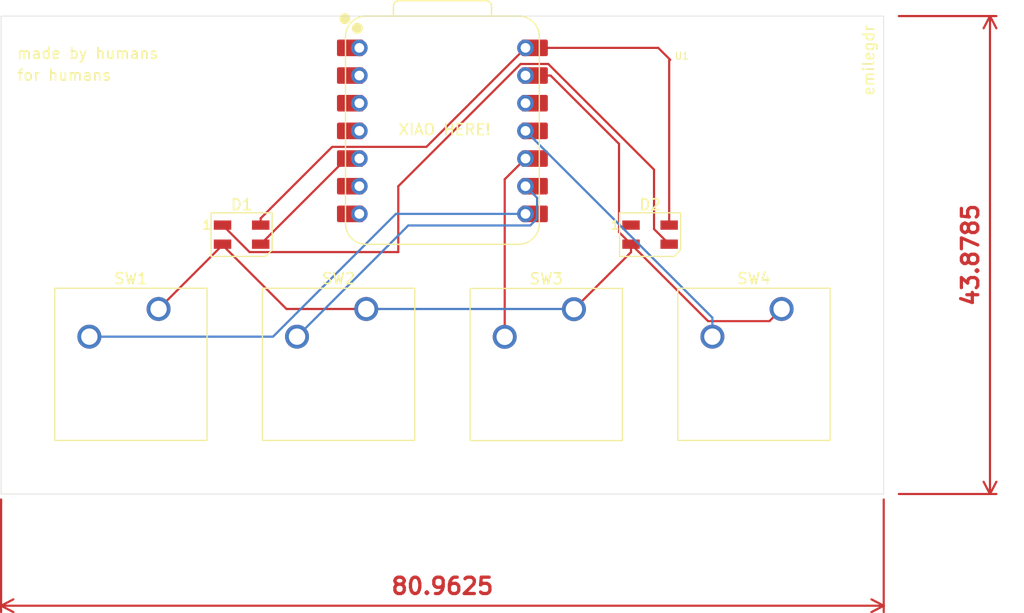
<source format=kicad_pcb>
(kicad_pcb (version 20241229) (generator "pcbnew") (generator_version "9.0")
  (layers (0 "F.Cu" signal) (2 "B.Cu" signal) (13 "F.Paste" user) (15 "B.Paste" user) (5 "F.SilkS" user "F.Silkscreen") (7 "B.SilkS" user "B.Silkscreen") (1 "F.Mask" user) (3 "B.Mask" user) (25 "Edge.Cuts" user))
  (net 0 "")
  (net 1 "+5V")
  (net 2 "GND")
  (net 3 "Net-(D1-DIN)")
  (net 4 "Net-(D1-DOUT)")
  (net 6 "Net-(U1-GPIO1{slash}RX)")
  (net 7 "Net-(U1-GPIO2{slash}SCK)")
  (net 8 "Net-(U1-GPIO4{slash}MISO)")
  (net 9 "Net-(U1-GPIO3{slash}MOSI)")
  (footprint "Button_Switch_Keyboard:SW_Cherry_MX_1.00u_PCB" (layer "F.Cu") (at 169.2275 75.8825)
    (property "Reference" "SW4" (at -2.54 -2.794 0) (layer "F.SilkS"))
    (property "Value" "SW_Push")
    (fp_line (start -9.525 -1.905) (end 4.445 -1.905) (stroke (width 0.12)) (layer "F.SilkS"))
    (fp_line (start -9.525 12.065) (end -9.525 -1.905) (stroke (width 0.12)) (layer "F.SilkS"))
    (fp_line (start 4.445 -1.905) (end 4.445 12.065) (stroke (width 0.12)) (layer "F.SilkS"))
    (fp_line (start 4.445 12.065) (end -9.525 12.065) (stroke (width 0.12)) (layer "F.SilkS"))
    (pad "" np_thru_hole circle (at -7.62 5.08) (size 1.7 1.7) (drill 1.7) (layers "*.Cu" "*.Mask"))
    (pad "" np_thru_hole circle (at -2.54 5.08) (size 4 4) (drill 4) (layers "*.Cu" "*.Mask"))
    (pad "" np_thru_hole circle (at 2.54 5.08) (size 1.7 1.7) (drill 1.7) (layers "*.Cu" "*.Mask"))
    (pad "1" thru_hole circle (at 0 0) (size 2.2 2.2) (drill 1.5) (layers "*.Cu" "*.Mask") (net 2 "GND"))
    (pad "2" thru_hole circle (at -6.35 2.54) (size 2.2 2.2) (drill 1.5) (layers "*.Cu" "*.Mask") (net 9 "Net-(U1-GPIO3{slash}MOSI)"))
  )
  (footprint "Seeed Studio XIAO Series Library:XIAO-RP2040-DIP" (layer "F.Cu") (at 138.1125 59.53125)
    (property "Reference" "U1" (at 21.955 -6.88 0) (layer "F.SilkS") (effects (font (size 0.635 0.635) (thickness 0.1016))))
    (property "Value" "XIAO-RP2040-DIP")
    (fp_line (start -8.89 8.509) (end -8.89 -8.636) (stroke (width 0.127)) (layer "F.SilkS"))
    (fp_line (start -6.985 10.414) (end 6.985 10.414) (stroke (width 0.127)) (layer "F.SilkS"))
    (fp_line (start -4.495 -10.541) (end -4.491272 -11.451272) (stroke (width 0.127)) (layer "F.SilkS"))
    (fp_line (start -3.991272 -11.951) (end 4.004 -11.951) (stroke (width 0.127)) (layer "F.SilkS"))
    (fp_line (start 4.504 -11.451) (end 4.504 -10.541) (stroke (width 0.127)) (layer "F.SilkS"))
    (fp_line (start 6.985 -10.541) (end -6.985 -10.541) (stroke (width 0.1)) (layer "F.SilkS"))
    (fp_line (start 6.985 -10.541) (end -6.985 -10.541) (stroke (width 0.127)) (layer "F.SilkS"))
    (fp_line (start 8.89 8.509) (end 8.89 -8.636) (stroke (width 0.127)) (layer "F.SilkS"))
    (fp_arc (start -8.89 -8.636) (mid -8.332038 -9.983038) (end -6.985 -10.541) (stroke (width 0.127)) (layer "F.SilkS"))
    (fp_arc (start -6.985 10.414) (mid -8.332038 9.856038) (end -8.89 8.509) (stroke (width 0.127)) (layer "F.SilkS"))
    (fp_arc (start -4.491272 -11.451272) (mid -4.344728 -11.80464) (end -3.991272 -11.951) (stroke (width 0.127)) (layer "F.SilkS"))
    (fp_arc (start 4.004 -11.951) (mid 4.357553 -11.804553) (end 4.504 -11.451) (stroke (width 0.127)) (layer "F.SilkS"))
    (fp_arc (start 6.985 -10.541) (mid 8.332038 -9.983038) (end 8.89 -8.636) (stroke (width 0.127)) (layer "F.SilkS"))
    (fp_arc (start 8.89 8.509) (mid 8.332038 9.856038) (end 6.985 10.414) (stroke (width 0.127)) (layer "F.SilkS"))
    (fp_circle (center -8.95 -10.3) (end -8.95 -10.554) (stroke (width 0.5)) (fill yes) (layer "F.SilkS"))
    (fp_circle (center -7.807 -9.42) (end -7.807 -9.674) (stroke (width 0.5)) (fill yes) (layer "F.SilkS"))
    (pad "1" smd roundrect (at -8.455 -7.62 180) (size 2.432 1.524) (layers "F.Cu" "F.Mask") (roundrect_rratio 0.1))
    (pad "1" thru_hole circle (at -7.62 -7.62 180) (size 1.524 1.524) (drill 0.889) (layers "*.Cu" "*.Mask"))
    (pad "2" smd roundrect (at -8.455 -5.08 180) (size 2.432 1.524) (layers "F.Cu" "F.Mask") (roundrect_rratio 0.1))
    (pad "2" thru_hole circle (at -7.62 -5.08 180) (size 1.524 1.524) (drill 0.889) (layers "*.Cu" "*.Mask"))
    (pad "3" smd roundrect (at -8.455 -2.54 180) (size 2.432 1.524) (layers "F.Cu" "F.Mask") (roundrect_rratio 0.1))
    (pad "3" thru_hole circle (at -7.62 -2.54 180) (size 1.524 1.524) (drill 0.889) (layers "*.Cu" "*.Mask"))
    (pad "4" smd roundrect (at -8.455 0 180) (size 2.432 1.524) (layers "F.Cu" "F.Mask") (roundrect_rratio 0.1))
    (pad "4" thru_hole circle (at -7.62 0 180) (size 1.524 1.524) (drill 0.889) (layers "*.Cu" "*.Mask"))
    (pad "5" smd roundrect (at -8.455 2.54 180) (size 2.432 1.524) (layers "F.Cu" "F.Mask") (roundrect_rratio 0.1) (net 3 "Net-(D1-DIN)"))
    (pad "5" thru_hole circle (at -7.62 2.54 180) (size 1.524 1.524) (drill 0.889) (layers "*.Cu" "*.Mask") (net 3 "Net-(D1-DIN)"))
    (pad "6" smd roundrect (at -8.455 5.08 180) (size 2.432 1.524) (layers "F.Cu" "F.Mask") (roundrect_rratio 0.1))
    (pad "6" thru_hole circle (at -7.62 5.08 180) (size 1.524 1.524) (drill 0.889) (layers "*.Cu" "*.Mask"))
    (pad "7" smd roundrect (at -8.455 7.62 180) (size 2.432 1.524) (layers "F.Cu" "F.Mask") (roundrect_rratio 0.1))
    (pad "7" thru_hole circle (at -7.62 7.62 180) (size 1.524 1.524) (drill 0.889) (layers "*.Cu" "*.Mask"))
    (pad "8" thru_hole circle (at 7.62 7.62) (size 1.524 1.524) (drill 0.889) (layers "*.Cu" "*.Mask") (net 6 "Net-(U1-GPIO1{slash}RX)"))
    (pad "8" smd roundrect (at 8.455 7.62) (size 2.432 1.524) (layers "F.Cu" "F.Mask") (roundrect_rratio 0.1) (net 6 "Net-(U1-GPIO1{slash}RX)"))
    (pad "9" thru_hole circle (at 7.62 5.08) (size 1.524 1.524) (drill 0.889) (layers "*.Cu" "*.Mask") (net 7 "Net-(U1-GPIO2{slash}SCK)"))
    (pad "9" smd roundrect (at 8.455 5.08) (size 2.432 1.524) (layers "F.Cu" "F.Mask") (roundrect_rratio 0.1) (net 7 "Net-(U1-GPIO2{slash}SCK)"))
    (pad "10" thru_hole circle (at 7.62 2.54) (size 1.524 1.524) (drill 0.889) (layers "*.Cu" "*.Mask") (net 8 "Net-(U1-GPIO4{slash}MISO)"))
    (pad "10" smd roundrect (at 8.455 2.54) (size 2.432 1.524) (layers "F.Cu" "F.Mask") (roundrect_rratio 0.1) (net 8 "Net-(U1-GPIO4{slash}MISO)"))
    (pad "11" thru_hole circle (at 7.62 0) (size 1.524 1.524) (drill 0.889) (layers "*.Cu" "*.Mask") (net 9 "Net-(U1-GPIO3{slash}MOSI)"))
    (pad "11" smd roundrect (at 8.455 0) (size 2.432 1.524) (layers "F.Cu" "F.Mask") (roundrect_rratio 0.1) (net 9 "Net-(U1-GPIO3{slash}MOSI)"))
    (pad "12" thru_hole circle (at 7.62 -2.54) (size 1.524 1.524) (drill 0.889) (layers "*.Cu" "*.Mask"))
    (pad "12" smd roundrect (at 8.455 -2.54) (size 2.432 1.524) (layers "F.Cu" "F.Mask") (roundrect_rratio 0.1))
    (pad "13" thru_hole circle (at 7.62 -5.08) (size 1.524 1.524) (drill 0.889) (layers "*.Cu" "*.Mask") (net 2 "GND"))
    (pad "13" smd roundrect (at 8.455 -5.08) (size 2.432 1.524) (layers "F.Cu" "F.Mask") (roundrect_rratio 0.1) (net 2 "GND"))
    (pad "14" thru_hole circle (at 7.62 -7.62) (size 1.524 1.524) (drill 0.889) (layers "*.Cu" "*.Mask") (net 1 "+5V"))
    (pad "14" smd roundrect (at 8.455 -7.62) (size 2.432 1.524) (layers "F.Cu" "F.Mask") (roundrect_rratio 0.1) (net 1 "+5V"))
  )
  (footprint "LED_SMD:LED_SK6812MINI_PLCC4_3.5x3.5mm_P1.75mm" (layer "F.Cu") (at 119.69375 69.05625)
    (property "Reference" "D1" (at 0 -2.75 0) (layer "F.SilkS"))
    (property "Value" "SK6812MINI")
    (fp_line (start -2.8 -2) (end -2.8 2) (stroke (width 0.12)) (layer "F.SilkS"))
    (fp_line (start -2.8 -2) (end 2.8 -2) (stroke (width 0.12)) (layer "F.SilkS"))
    (fp_line (start -2.8 2) (end 2.2 2) (stroke (width 0.12)) (layer "F.SilkS"))
    (fp_line (start 2.8 1.4) (end 2.2 2) (stroke (width 0.12)) (layer "F.SilkS"))
    (fp_line (start 2.8 1.4) (end 2.8 -2) (stroke (width 0.12)) (layer "F.SilkS"))
    (fp_text user "1" (at -3.2 -0.875 0) (layer "F.SilkS") (effects (font (size 0.8 0.8))))
    (pad "1" smd rect (at -1.75 -0.875) (size 1.6 0.85) (layers "F.Cu" "F.Mask" "F.Paste") (net 4 "Net-(D1-DOUT)"))
    (pad "2" smd rect (at -1.75 0.875) (size 1.6 0.85) (layers "F.Cu" "F.Mask" "F.Paste") (net 2 "GND"))
    (pad "3" smd rect (at 1.75 0.875) (size 1.6 0.85) (layers "F.Cu" "F.Mask" "F.Paste") (net 3 "Net-(D1-DIN)"))
    (pad "4" smd rect (at 1.75 -0.875) (size 1.6 0.85) (layers "F.Cu" "F.Mask" "F.Paste") (net 1 "+5V"))
  )
  (footprint "Button_Switch_Keyboard:SW_Cherry_MX_1.00u_PCB" (layer "F.Cu") (at 131.1275 75.8825)
    (property "Reference" "SW2" (at -2.54 -2.794 0) (layer "F.SilkS"))
    (property "Value" "SW_Push")
    (fp_line (start -9.525 -1.905) (end 4.445 -1.905) (stroke (width 0.12)) (layer "F.SilkS"))
    (fp_line (start -9.525 12.065) (end -9.525 -1.905) (stroke (width 0.12)) (layer "F.SilkS"))
    (fp_line (start 4.445 -1.905) (end 4.445 12.065) (stroke (width 0.12)) (layer "F.SilkS"))
    (fp_line (start 4.445 12.065) (end -9.525 12.065) (stroke (width 0.12)) (layer "F.SilkS"))
    (pad "" np_thru_hole circle (at -7.62 5.08) (size 1.7 1.7) (drill 1.7) (layers "*.Cu" "*.Mask"))
    (pad "" np_thru_hole circle (at -2.54 5.08) (size 4 4) (drill 4) (layers "*.Cu" "*.Mask"))
    (pad "" np_thru_hole circle (at 2.54 5.08) (size 1.7 1.7) (drill 1.7) (layers "*.Cu" "*.Mask"))
    (pad "1" thru_hole circle (at 0 0) (size 2.2 2.2) (drill 1.5) (layers "*.Cu" "*.Mask") (net 2 "GND"))
    (pad "2" thru_hole circle (at -6.35 2.54) (size 2.2 2.2) (drill 1.5) (layers "*.Cu" "*.Mask") (net 7 "Net-(U1-GPIO2{slash}SCK)"))
  )
  (footprint "Button_Switch_Keyboard:SW_Cherry_MX_1.00u_PCB" (layer "F.Cu") (at 150.1775 75.9)
    (property "Reference" "SW3" (at -2.54 -2.794 0) (layer "F.SilkS"))
    (property "Value" "SW_Push")
    (fp_line (start -9.525 -1.905) (end 4.445 -1.905) (stroke (width 0.12)) (layer "F.SilkS"))
    (fp_line (start -9.525 12.065) (end -9.525 -1.905) (stroke (width 0.12)) (layer "F.SilkS"))
    (fp_line (start 4.445 -1.905) (end 4.445 12.065) (stroke (width 0.12)) (layer "F.SilkS"))
    (fp_line (start 4.445 12.065) (end -9.525 12.065) (stroke (width 0.12)) (layer "F.SilkS"))
    (pad "" np_thru_hole circle (at -7.62 5.08) (size 1.7 1.7) (drill 1.7) (layers "*.Cu" "*.Mask"))
    (pad "" np_thru_hole circle (at -2.54 5.08) (size 4 4) (drill 4) (layers "*.Cu" "*.Mask"))
    (pad "" np_thru_hole circle (at 2.54 5.08) (size 1.7 1.7) (drill 1.7) (layers "*.Cu" "*.Mask"))
    (pad "1" thru_hole circle (at 0 0) (size 2.2 2.2) (drill 1.5) (layers "*.Cu" "*.Mask") (net 2 "GND"))
    (pad "2" thru_hole circle (at -6.35 2.54) (size 2.2 2.2) (drill 1.5) (layers "*.Cu" "*.Mask") (net 8 "Net-(U1-GPIO4{slash}MISO)"))
  )
  (footprint "Button_Switch_Keyboard:SW_Cherry_MX_1.00u_PCB" (layer "F.Cu") (at 112.0775 75.8825)
    (property "Reference" "SW1" (at -2.54 -2.794 0) (layer "F.SilkS"))
    (property "Value" "SW_Push")
    (fp_line (start -9.525 -1.905) (end 4.445 -1.905) (stroke (width 0.12)) (layer "F.SilkS"))
    (fp_line (start -9.525 12.065) (end -9.525 -1.905) (stroke (width 0.12)) (layer "F.SilkS"))
    (fp_line (start 4.445 -1.905) (end 4.445 12.065) (stroke (width 0.12)) (layer "F.SilkS"))
    (fp_line (start 4.445 12.065) (end -9.525 12.065) (stroke (width 0.12)) (layer "F.SilkS"))
    (pad "" np_thru_hole circle (at -7.62 5.08) (size 1.7 1.7) (drill 1.7) (layers "*.Cu" "*.Mask"))
    (pad "" np_thru_hole circle (at -2.54 5.08) (size 4 4) (drill 4) (layers "*.Cu" "*.Mask"))
    (pad "" np_thru_hole circle (at 2.54 5.08) (size 1.7 1.7) (drill 1.7) (layers "*.Cu" "*.Mask"))
    (pad "1" thru_hole circle (at 0 0) (size 2.2 2.2) (drill 1.5) (layers "*.Cu" "*.Mask") (net 2 "GND"))
    (pad "2" thru_hole circle (at -6.35 2.54) (size 2.2 2.2) (drill 1.5) (layers "*.Cu" "*.Mask") (net 6 "Net-(U1-GPIO1{slash}RX)"))
  )
  (footprint "LED_SMD:LED_SK6812MINI_PLCC4_3.5x3.5mm_P1.75mm" (layer "F.Cu") (at 157.1625 69.05625)
    (property "Reference" "D2" (at 0 -2.75 0) (layer "F.SilkS"))
    (property "Value" "SK6812MINI")
    (fp_line (start -2.8 -2) (end -2.8 2) (stroke (width 0.12)) (layer "F.SilkS"))
    (fp_line (start -2.8 -2) (end 2.8 -2) (stroke (width 0.12)) (layer "F.SilkS"))
    (fp_line (start -2.8 2) (end 2.2 2) (stroke (width 0.12)) (layer "F.SilkS"))
    (fp_line (start 2.8 1.4) (end 2.2 2) (stroke (width 0.12)) (layer "F.SilkS"))
    (fp_line (start 2.8 1.4) (end 2.8 -2) (stroke (width 0.12)) (layer "F.SilkS"))
    (fp_text user "1" (at -3.2 -0.875 0) (layer "F.SilkS") (effects (font (size 0.8 0.8))))
    (pad "1" smd rect (at -1.75 -0.875) (size 1.6 0.85) (layers "F.Cu" "F.Mask" "F.Paste"))
    (pad "2" smd rect (at -1.75 0.875) (size 1.6 0.85) (layers "F.Cu" "F.Mask" "F.Paste") (net 2 "GND"))
    (pad "3" smd rect (at 1.75 0.875) (size 1.6 0.85) (layers "F.Cu" "F.Mask" "F.Paste") (net 4 "Net-(D1-DOUT)"))
    (pad "4" smd rect (at 1.75 -0.875) (size 1.6 0.85) (layers "F.Cu" "F.Mask" "F.Paste") (net 1 "+5V"))
  )
  (gr_rect (start 97.63125 48.99025) (end 178.59375 92.86875) (stroke (width 0.05)) (fill no) (layer "Edge.Cuts"))
  (gr_text "emilegdr\n" (at 177.8 56.388 90) (layer "F.SilkS") (effects (font (size 1 1)) (justify left bottom)))
  (gr_text "for humans" (at 99 55 0) (layer "F.SilkS") (effects (font (size 1 1)) (justify left bottom)))
  (gr_text "made by humans" (at 99 53 0) (layer "F.SilkS") (effects (font (size 1 1)) (justify left bottom)))
  (gr_text "XIAO HERE!" (at 134 60 0) (layer "F.SilkS") (effects (font (size 1 1)) (justify left bottom)))
  (dimension (type orthogonal) (layer "F.Cu") (pts (xy 179.48275 48.99025) (xy 179.48275 92.86875)) (height 8.85825) (orientation 1) (format (prefix "") (suffix "") (units 3) (units_format 0) (precision 4) (suppress_zeroes yes)) (style (thickness 0.2) (arrow_length 1.27) (text_position_mode 0) (arrow_direction outward) (extension_height 0.58642) (extension_offset 0.5) (keep_text_aligned yes)) (gr_text "43,8785" (at 186.541 70.9295 90) (layer "F.Cu") (effects (font (size 1.5 1.5) (thickness 0.3)))))
  (dimension (type orthogonal) (layer "F.Cu") (pts (xy 97.63125 92.86875) (xy 178.59375 92.86875)) (height 10.25525) (orientation 0) (format (prefix "") (suffix "") (units 3) (units_format 0) (precision 4) (suppress_zeroes yes)) (style (thickness 0.2) (arrow_length 1.27) (text_position_mode 0) (arrow_direction outward) (extension_height 0.58642) (extension_offset 0.5) (keep_text_aligned yes)) (gr_text "80,9625" (at 138.1125 101.324 0) (layer "F.Cu") (effects (font (size 1.5 1.5) (thickness 0.3)))))
  (segment (start 145.7325 51.91125) (end 157.91125 51.91125) (width 0.2) (layer "F.Cu") (net 1))
  (segment (start 121.44375 68.18125) (end 121.44375 67.55625) (width 0.2) (layer "F.Cu") (net 1))
  (segment (start 159 53) (end 158.9125 53.0875) (width 0.2) (layer "F.Cu") (net 1))
  (segment (start 158.9125 53.0875) (end 158.9125 68.18125) (width 0.2) (layer "F.Cu") (net 1))
  (segment (start 157.91125 51.91125) (end 159 53) (width 0.2) (layer "F.Cu") (net 1))
  (segment (start 121.44375 67.55625) (end 128 61) (width 0.2) (layer "F.Cu") (net 1))
  (segment (start 136.64375 61) (end 145.7325 51.91125) (width 0.2) (layer "F.Cu") (net 1))
  (segment (start 128 61) (end 136.64375 61) (width 0.2) (layer "F.Cu") (net 1))
  (segment (start 117.94375 70.01625) (end 123.81 75.8825) (width 0.2) (layer "F.Cu") (net 2))
  (segment (start 123.81 75.8825) (end 131.1275 75.8825) (width 0.2) (layer "F.Cu") (net 2))
  (segment (start 148.03725 54.45125) (end 154.3115 60.7255) (width 0.2) (layer "F.Cu") (net 2))
  (segment (start 168.11 77) (end 169.2275 75.8825) (width 0.2) (layer "F.Cu") (net 2))
  (segment (start 145.7325 54.45125) (end 148.03725 54.45125) (width 0.2) (layer "F.Cu") (net 2))
  (segment (start 162.48125 77) (end 168.11 77) (width 0.2) (layer "F.Cu") (net 2))
  (segment (start 117.94375 70.01625) (end 117.94375 69.93125) (width 0.2) (layer "F.Cu") (net 2))
  (segment (start 155.4125 69.93125) (end 162.48125 77) (width 0.2) (layer "F.Cu") (net 2))
  (segment (start 155.4125 69.93125) (end 155.4125 70.665) (width 0.2) (layer "F.Cu") (net 2))
  (segment (start 154.3115 60.7255) (end 154.3115 68.83025) (width 0.2) (layer "F.Cu") (net 2))
  (segment (start 155.4125 70.665) (end 150.1775 75.9) (width 0.2) (layer "F.Cu") (net 2))
  (segment (start 112.0775 75.8825) (end 117.94375 70.01625) (width 0.2) (layer "F.Cu") (net 2))
  (segment (start 154.3115 68.83025) (end 155.4125 69.93125) (width 0.2) (layer "F.Cu") (net 2))
  (segment (start 131.1275 75.8825) (end 150.16 75.8825) (width 0.2) (layer "B.Cu") (net 2))
  (segment (start 150.16 75.8825) (end 150.1775 75.9) (width 0.2) (layer "B.Cu") (net 2))
  (segment (start 130.4925 62.07125) (end 129.30375 62.07125) (width 0.2) (layer "F.Cu") (net 3))
  (segment (start 129.30375 62.07125) (end 121.44375 69.93125) (width 0.2) (layer "F.Cu") (net 3))
  (segment (start 117.94375 68.18125) (end 120.41975 70.65725) (width 0.2) (layer "F.Cu") (net 4))
  (segment (start 134.063436 70.65725) (end 134.063436 64.617004) (width 0.2) (layer "F.Cu") (net 4))
  (segment (start 120.41975 70.65725) (end 134.063436 70.65725) (width 0.2) (layer "F.Cu") (net 4))
  (segment (start 145.29219 53.38825) (end 147.823126 53.38825) (width 0.2) (layer "F.Cu") (net 4))
  (segment (start 157.524175 68.542925) (end 158.9125 69.93125) (width 0.2) (layer "F.Cu") (net 4))
  (segment (start 157.524175 63.089299) (end 157.524175 68.542925) (width 0.2) (layer "F.Cu") (net 4))
  (segment (start 147.823126 53.38825) (end 157.524175 63.089299) (width 0.2) (layer "F.Cu") (net 4))
  (segment (start 134.063436 64.617004) (end 145.29219 53.38825) (width 0.2) (layer "F.Cu") (net 4))
  (segment (start 133.84875 67.15125) (end 122.5775 78.4225) (width 0.2) (layer "B.Cu") (net 6))
  (segment (start 122.5775 78.4225) (end 105.7275 78.4225) (width 0.2) (layer "B.Cu") (net 6))
  (segment (start 145.7325 67.15125) (end 133.84875 67.15125) (width 0.2) (layer "B.Cu") (net 6))
  (segment (start 146.17281 68.21425) (end 134.98575 68.21425) (width 0.2) (layer "B.Cu") (net 7))
  (segment (start 146.7955 67.59156) (end 146.17281 68.21425) (width 0.2) (layer "B.Cu") (net 7))
  (segment (start 145.7325 64.61125) (end 146.7955 65.67425) (width 0.2) (layer "B.Cu") (net 7))
  (segment (start 134.98575 68.21425) (end 124.7775 78.4225) (width 0.2) (layer "B.Cu") (net 7))
  (segment (start 146.7955 65.67425) (end 146.7955 67.59156) (width 0.2) (layer "B.Cu") (net 7))
  (segment (start 143.8275 78.44) (end 143.8275 63.97625) (width 0.2) (layer "F.Cu") (net 8))
  (segment (start 143.8275 63.97625) (end 145.7325 62.07125) (width 0.2) (layer "F.Cu") (net 8))
  (segment (start 145.7325 59.53125) (end 162.8775 76.67625) (width 0.2) (layer "B.Cu") (net 9))
  (segment (start 162.8775 76.67625) (end 162.8775 78.4225) (width 0.2) (layer "B.Cu") (net 9))
)
</source>
